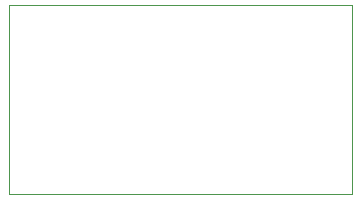
<source format=gbr>
G04 #@! TF.FileFunction,Profile,NP*
%FSLAX46Y46*%
G04 Gerber Fmt 4.6, Leading zero omitted, Abs format (unit mm)*
G04 Created by KiCad (PCBNEW 4.0.7) date 01/28/18 01:48:01*
%MOMM*%
%LPD*%
G01*
G04 APERTURE LIST*
%ADD10C,0.100000*%
G04 APERTURE END LIST*
D10*
X128400000Y-98400000D02*
X157400000Y-98400000D01*
X157400000Y-82400000D02*
X128400000Y-82400000D01*
X157400000Y-98400000D02*
X157400000Y-82400000D01*
X128400000Y-82400000D02*
X128400000Y-98400000D01*
M02*

</source>
